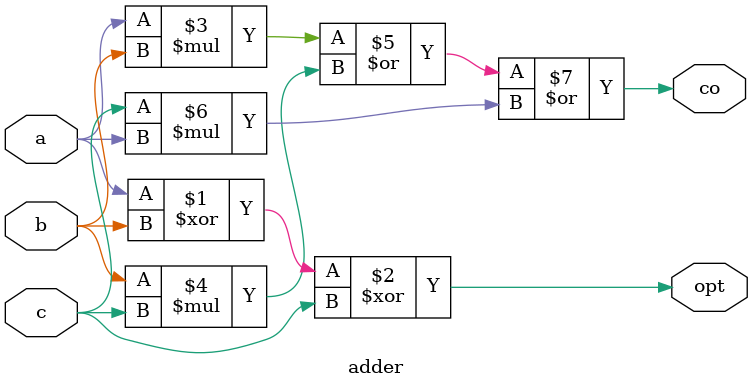
<source format=v>
module adder(a,b,c,co,opt);
input a;
input b;
input c;
output co, opt;
assign opt=a^b^c;
assign co=((a*b)|(b*c)|(c*a));
endmodule
</source>
